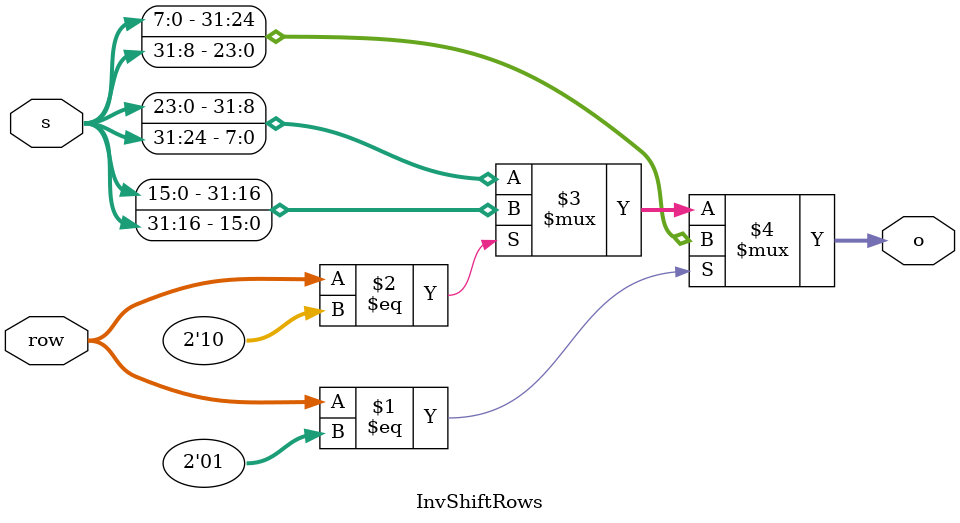
<source format=v>
module InvShiftRows(s, row, o);

input [31:0] s;
input[1:0] row;
output [31:0] o;

assign o[31:0] = (row==1)? {s[7:0], s[31:8]} :
					  (row==2)? {s[15:0], s[31:16]} : {s[23:0], s[31:24]};


endmodule
</source>
